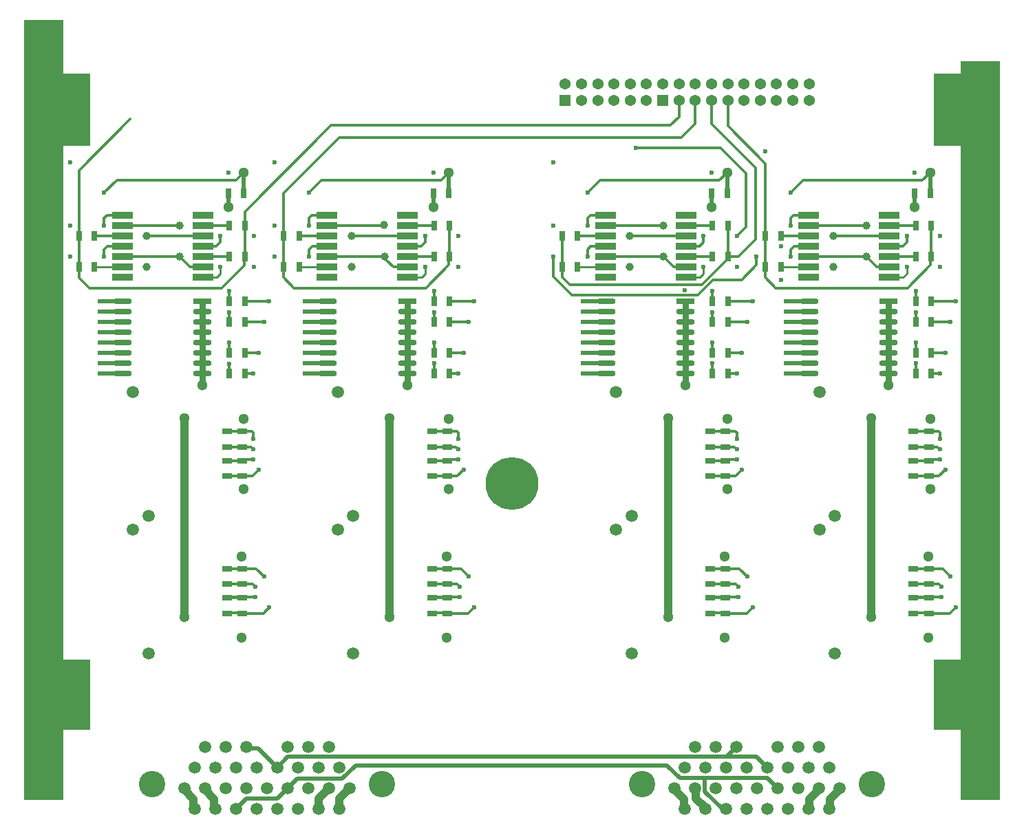
<source format=gbl>
G04*
G04 #@! TF.GenerationSoftware,Altium Limited,Altium Designer,20.1.10 (176)*
G04*
G04 Layer_Physical_Order=4*
G04 Layer_Color=16737819*
%FSAX42Y42*%
%MOMM*%
G71*
G04*
G04 #@! TF.SameCoordinates,05C6C66F-C92C-4908-9B6B-627AEAEC3FAA*
G04*
G04*
G04 #@! TF.FilePolarity,Positive*
G04*
G01*
G75*
%ADD11C,0.25*%
%ADD37R,2.54X0.81*%
%ADD38R,0.80X1.30*%
%ADD42O,2.29X0.70*%
%ADD43R,2.29X0.70*%
%ADD48C,0.30*%
%ADD49C,1.00*%
%ADD50C,0.50*%
%ADD52C,1.50*%
%ADD53C,3.25*%
%ADD54C,1.52*%
%ADD55C,1.37*%
%ADD56R,1.37X1.37*%
%ADD57C,6.50*%
%ADD58C,6.35*%
%ADD59C,3.81*%
%ADD60C,0.60*%
%ADD61C,1.00*%
%ADD62C,1.30*%
%ADD63C,0.75*%
%ADD64R,1.30X0.80*%
G36*
X005326Y022675D02*
X005808D01*
Y022014D01*
X006138D01*
Y021125D01*
X005808D01*
Y014801D01*
X006138D01*
Y013937D01*
X005808D01*
Y013073D01*
X005326D01*
Y022675D01*
D02*
G37*
G36*
X017326Y022167D02*
X016843D01*
Y022014D01*
X016513D01*
Y021125D01*
X016843D01*
Y014801D01*
X016513D01*
Y013937D01*
X016843D01*
Y013073D01*
X017326D01*
Y022167D01*
D02*
G37*
D11*
X013637Y019506D02*
X013683Y019552D01*
X013465Y019506D02*
X013637D01*
X013683Y019552D02*
Y019633D01*
X010258Y019552D02*
Y019633D01*
X010212Y019506D02*
X010258Y019552D01*
X010040Y019506D02*
X010212D01*
X008696Y019633D02*
X009050D01*
X016137Y019506D02*
X016183Y019552D01*
Y019633D01*
X015965Y019506D02*
X016137D01*
X014621Y019633D02*
X014975D01*
X012121D02*
X012475D01*
X006176Y019633D02*
X006530D01*
X007692Y019506D02*
X007738Y019552D01*
Y019633D01*
X007520Y019506D02*
X007692D01*
D37*
X009050Y020268D02*
D03*
Y020141D02*
D03*
X010040D02*
D03*
Y020268D02*
D03*
X009050Y020014D02*
D03*
Y019887D02*
D03*
Y019760D02*
D03*
Y019633D02*
D03*
Y019506D02*
D03*
X010040Y019760D02*
D03*
Y019633D02*
D03*
Y019887D02*
D03*
Y019506D02*
D03*
Y020014D02*
D03*
X012475Y020268D02*
D03*
Y020141D02*
D03*
X013465D02*
D03*
Y020268D02*
D03*
X012475Y020014D02*
D03*
Y019887D02*
D03*
Y019760D02*
D03*
Y019633D02*
D03*
Y019506D02*
D03*
X013465Y019760D02*
D03*
Y019633D02*
D03*
Y019887D02*
D03*
Y019506D02*
D03*
Y020014D02*
D03*
X015965D02*
D03*
Y019506D02*
D03*
Y019887D02*
D03*
Y019633D02*
D03*
Y019760D02*
D03*
X014975Y019506D02*
D03*
Y019633D02*
D03*
Y019760D02*
D03*
Y019887D02*
D03*
Y020014D02*
D03*
X015965Y020268D02*
D03*
Y020141D02*
D03*
X014975D02*
D03*
Y020268D02*
D03*
X006530Y020268D02*
D03*
Y020141D02*
D03*
X007520D02*
D03*
Y020268D02*
D03*
X006530Y020014D02*
D03*
Y019887D02*
D03*
Y019760D02*
D03*
Y019633D02*
D03*
Y019506D02*
D03*
X007520Y019760D02*
D03*
Y019633D02*
D03*
Y019887D02*
D03*
Y019506D02*
D03*
Y020014D02*
D03*
D38*
X010557Y019760D02*
D03*
X010367D02*
D03*
X008517Y020014D02*
D03*
X008707D02*
D03*
X008517Y019633D02*
D03*
X008707D02*
D03*
X010557Y020141D02*
D03*
X010367D02*
D03*
X010357Y020543D02*
D03*
X010547D02*
D03*
X010557Y018319D02*
D03*
X010367D02*
D03*
X010557Y018573D02*
D03*
X010367D02*
D03*
X010557Y018954D02*
D03*
X010367D02*
D03*
X010557Y019208D02*
D03*
X010367D02*
D03*
X008037Y020141D02*
D03*
X007847D02*
D03*
X008027Y020542D02*
D03*
X007837D02*
D03*
X008037Y019760D02*
D03*
X007847D02*
D03*
Y019208D02*
D03*
X008037D02*
D03*
X007847Y018954D02*
D03*
X008037D02*
D03*
Y018573D02*
D03*
X007847D02*
D03*
X008037Y018319D02*
D03*
X007847D02*
D03*
X012132Y020014D02*
D03*
X011942D02*
D03*
X013792Y019760D02*
D03*
X013982D02*
D03*
X012132Y019633D02*
D03*
X011942D02*
D03*
X013982Y020141D02*
D03*
X013792D02*
D03*
X013972Y020543D02*
D03*
X013782D02*
D03*
X013982Y018319D02*
D03*
X013792D02*
D03*
X013982Y018573D02*
D03*
X013792D02*
D03*
X013982Y018954D02*
D03*
X013792D02*
D03*
X013982Y019208D02*
D03*
X013792D02*
D03*
X016292Y019760D02*
D03*
X016482D02*
D03*
X014442Y020014D02*
D03*
X014632D02*
D03*
X016482Y020141D02*
D03*
X016292D02*
D03*
X014442Y019633D02*
D03*
X014632D02*
D03*
X016282Y020543D02*
D03*
X016472D02*
D03*
X016482Y018319D02*
D03*
X016292D02*
D03*
X016482Y018573D02*
D03*
X016292D02*
D03*
X016482Y018954D02*
D03*
X016292D02*
D03*
X016482Y019208D02*
D03*
X016292D02*
D03*
X005997Y020014D02*
D03*
X006187D02*
D03*
X005997Y019633D02*
D03*
X006187D02*
D03*
D42*
X010034Y019081D02*
D03*
Y018954D02*
D03*
Y018827D02*
D03*
Y018700D02*
D03*
Y018573D02*
D03*
Y018446D02*
D03*
Y018319D02*
D03*
X009056Y019208D02*
D03*
Y019081D02*
D03*
Y018954D02*
D03*
Y018827D02*
D03*
Y018700D02*
D03*
Y018573D02*
D03*
Y018446D02*
D03*
Y018319D02*
D03*
X013459Y019081D02*
D03*
Y018954D02*
D03*
Y018827D02*
D03*
Y018700D02*
D03*
Y018573D02*
D03*
Y018446D02*
D03*
Y018319D02*
D03*
X012481Y019208D02*
D03*
Y019081D02*
D03*
Y018954D02*
D03*
Y018827D02*
D03*
Y018700D02*
D03*
Y018573D02*
D03*
Y018446D02*
D03*
Y018319D02*
D03*
X014981D02*
D03*
Y018446D02*
D03*
Y018573D02*
D03*
Y018700D02*
D03*
Y018827D02*
D03*
Y018954D02*
D03*
Y019081D02*
D03*
Y019208D02*
D03*
X015959Y018319D02*
D03*
Y018446D02*
D03*
Y018573D02*
D03*
Y018700D02*
D03*
Y018827D02*
D03*
Y018954D02*
D03*
Y019081D02*
D03*
X006536Y018319D02*
D03*
Y018446D02*
D03*
Y018573D02*
D03*
Y018700D02*
D03*
Y018827D02*
D03*
Y018954D02*
D03*
Y019081D02*
D03*
Y019208D02*
D03*
X007514Y018319D02*
D03*
Y018446D02*
D03*
Y018573D02*
D03*
Y018700D02*
D03*
Y018827D02*
D03*
Y018954D02*
D03*
Y019081D02*
D03*
D43*
X010034Y019208D02*
D03*
X013459D02*
D03*
X015959D02*
D03*
X007514Y019208D02*
D03*
D48*
X013610Y019285D02*
X013800Y019475D01*
X012065Y019285D02*
X013610D01*
X011831Y019519D02*
X012065Y019285D01*
X012034Y019415D02*
X013659D01*
X011942Y019507D02*
X012034Y019415D01*
X011942Y019507D02*
Y019633D01*
X013659Y019415D02*
X013949Y019706D01*
X013800Y019475D02*
X014150D01*
X013792Y019335D02*
Y019351D01*
Y019208D02*
Y019335D01*
X012850Y021100D02*
X013888D01*
X014200Y020788D01*
X013380Y021684D02*
X013380Y021684D01*
X013275Y021375D02*
X013380Y021480D01*
Y021684D01*
X009101Y021375D02*
X013275D01*
X008517Y020542D02*
X009200Y021225D01*
X013411D02*
X013580Y021395D01*
X009200Y021225D02*
X013411D01*
X008517Y020014D02*
Y020542D01*
X008036Y020141D02*
X008037Y020141D01*
Y020141D02*
Y020311D01*
X008036D02*
X009101Y021375D01*
X005997Y020822D02*
X006629Y021454D01*
X013580Y021395D02*
Y021684D01*
X014325Y019975D02*
Y020850D01*
X013780Y021395D02*
Y021684D01*
Y021395D02*
X014325Y020850D01*
X014442Y020014D02*
Y020908D01*
X013980Y021370D02*
X014442Y020908D01*
X013980Y021370D02*
Y021684D01*
X014110Y019760D02*
X014325Y019975D01*
X013982Y019760D02*
X014110D01*
X009050Y020141D02*
X009750D01*
X008828Y019760D02*
Y019847D01*
X008868Y019887D01*
X008828Y020141D02*
Y020232D01*
X008864Y020268D01*
X010317Y015565D02*
X010320Y015568D01*
X010256Y019936D02*
Y020013D01*
X010258Y020014D01*
X010502Y015373D02*
X010504Y015371D01*
X010527D01*
X010681Y015568D02*
X010684Y015571D01*
X010652Y015729D02*
X010684Y015696D01*
X010684D01*
X010730Y017141D02*
Y017141D01*
X010662Y017391D02*
X010665D01*
X010634Y017420D02*
X010662Y017391D01*
X010647Y017610D02*
X010665Y017592D01*
Y017516D02*
Y017592D01*
X010729Y018574D02*
X010730Y018573D01*
X008517Y019633D02*
Y020014D01*
X009787Y019713D02*
X009867Y019633D01*
X009787Y019713D02*
Y019714D01*
X010208Y019887D02*
X010256Y019936D01*
X010527Y017250D02*
X010542Y017266D01*
X010550Y019656D02*
Y019754D01*
X010450Y020701D02*
X010547Y020798D01*
X010649Y017060D02*
X010730Y017141D01*
X010785Y015371D02*
X010860Y015446D01*
X008517Y019504D02*
Y019633D01*
X008828Y020546D02*
X008982Y020701D01*
X009759Y019741D02*
Y019760D01*
X010319Y015373D02*
X010502D01*
X010317Y015565D02*
X010527D01*
X010339Y015729D02*
X010652D01*
X010339Y015919D02*
X010527D01*
X010339Y017250D02*
X010527D01*
X010339Y017420D02*
X010527D01*
X010634D01*
X010339Y017610D02*
X010527D01*
X010647D01*
X010367Y018319D02*
Y018446D01*
X010368Y018449D02*
X010370Y018451D01*
X010367Y018319D02*
X010368Y018321D01*
X010367Y018954D02*
Y019076D01*
Y019335D02*
Y019351D01*
X010040Y019760D02*
X010367D01*
X010040Y019887D02*
X010208D01*
X010367Y019760D02*
X010369D01*
X010550Y019754D02*
X010557Y019760D01*
X010040Y020141D02*
X010364D01*
X008517Y019504D02*
X008645Y019376D01*
X009759Y019741D02*
X009787Y019714D01*
X010339Y017060D02*
X010527D01*
X010649D01*
X010367Y018573D02*
Y018697D01*
X010370Y018701D01*
X010367Y019208D02*
Y019335D01*
X010557Y019760D02*
Y020141D01*
X010698Y015919D02*
X010795Y015821D01*
X010270Y019376D02*
X010550Y019656D01*
X009867Y019633D02*
X010040D01*
X008868Y019887D02*
X009050D01*
Y019760D02*
X009759D01*
X008696Y020014D02*
X009050D01*
X009352D02*
X010040D01*
X008864Y020268D02*
X009050D01*
X010527Y015371D02*
X010785D01*
X010320Y015568D02*
X010681D01*
X010527Y015919D02*
X010698D01*
X010557Y018319D02*
X010665D01*
X010557Y018574D02*
X010729D01*
X010557Y018954D02*
X010795D01*
X010557Y019208D02*
X010860D01*
X010542Y017266D02*
X010665D01*
X008645Y019376D02*
X010270D01*
X008982Y020701D02*
X010450D01*
X006832Y020014D02*
X007520D01*
X013184Y019760D02*
X013311Y019633D01*
X013465D01*
X015684Y019760D02*
X015811Y019633D01*
X015965D01*
X007239Y019760D02*
X007366Y019633D01*
X007520D01*
X014200Y020124D02*
Y020788D01*
X014091Y020015D02*
X014200Y020124D01*
X014331Y019656D02*
Y019760D01*
X014150Y019475D02*
X014331Y019656D01*
X011831Y019519D02*
Y019760D01*
X013982Y019760D02*
Y020141D01*
X005997Y020014D02*
Y020822D01*
X016292Y019335D02*
Y019351D01*
Y019208D02*
Y019335D01*
Y018954D02*
Y019076D01*
Y018697D02*
X016295Y018701D01*
X016292Y018573D02*
Y018697D01*
Y018319D02*
X016293Y018321D01*
Y018449D02*
X016295Y018451D01*
X016292Y018319D02*
Y018446D01*
X016375Y020701D02*
X016472Y020798D01*
X014907Y020701D02*
X016375D01*
X014753Y020546D02*
X014907Y020701D01*
X016292Y019760D02*
X016294D01*
X016482D02*
Y020141D01*
X016475Y019754D02*
X016482Y019760D01*
X016475Y019656D02*
Y019754D01*
X016195Y019376D02*
X016475Y019656D01*
X014442Y019504D02*
X014570Y019376D01*
X016195D01*
X014442Y019504D02*
Y019633D01*
Y020014D01*
X015277D02*
X015965D01*
X016181Y020013D02*
X016183Y020014D01*
X016181Y019936D02*
Y020013D01*
X016133Y019887D02*
X016181Y019936D01*
X015965Y019887D02*
X016133D01*
X015965Y019760D02*
X016292D01*
X014975D02*
X015684D01*
X014793Y019887D02*
X014975D01*
X014753Y019847D02*
X014793Y019887D01*
X014753Y019760D02*
Y019847D01*
X014621Y020014D02*
X014975D01*
X015965Y020141D02*
X016289D01*
X014975D02*
X015684D01*
X014789Y020268D02*
X014975D01*
X014753Y020232D02*
X014789Y020268D01*
X014753Y020141D02*
Y020232D01*
X016467Y017266D02*
X016590D01*
X016452Y017250D02*
X016467Y017266D01*
X016482Y018574D02*
X016654D01*
X016655Y018573D01*
Y017141D02*
Y017141D01*
X016574Y017060D02*
X016655Y017141D01*
X016452Y017060D02*
X016574D01*
X016264Y017250D02*
X016452D01*
X016264Y017060D02*
X016452D01*
X016559Y017420D02*
X016587Y017391D01*
X016590D01*
X016452Y017420D02*
X016559D01*
X016590Y017516D02*
Y017592D01*
X016572Y017610D02*
X016590Y017592D01*
X016482Y018319D02*
X016590D01*
X016452Y017610D02*
X016572D01*
X016264Y017420D02*
X016452D01*
X016264Y017610D02*
X016452D01*
X016482Y019208D02*
X016785D01*
X016710Y015371D02*
X016785Y015446D01*
X016452Y015371D02*
X016710D01*
X016429D02*
X016452D01*
X016606Y015568D02*
X016609Y015571D01*
X016245Y015568D02*
X016606D01*
X016242Y015565D02*
X016245Y015568D01*
X016242Y015565D02*
X016452D01*
X016244Y015373D02*
X016427D01*
X016429Y015371D01*
X016482Y018954D02*
X016720D01*
X016452Y015919D02*
X016623D01*
X016720Y015821D01*
X016609Y015696D02*
X016609D01*
X016577Y015729D02*
X016609Y015696D01*
X016264Y015729D02*
X016577D01*
X016264Y015919D02*
X016452D01*
X013792Y018954D02*
Y019076D01*
Y018697D02*
X013795Y018701D01*
X013792Y018573D02*
Y018697D01*
Y018319D02*
X013793Y018321D01*
Y018449D02*
X013795Y018451D01*
X013792Y018319D02*
Y018446D01*
X013875Y020701D02*
X013972Y020798D01*
X012407Y020701D02*
X013875D01*
X012253Y020546D02*
X012407Y020701D01*
X013792Y019760D02*
X013794D01*
X011942Y019633D02*
Y020014D01*
X012777D02*
X013465D01*
X013681Y020013D02*
X013683Y020014D01*
X013681Y019936D02*
Y020013D01*
X013633Y019887D02*
X013681Y019936D01*
X013465Y019887D02*
X013633D01*
X013465Y019760D02*
X013792D01*
X012475D02*
X013184D01*
X012293Y019887D02*
X012475D01*
X012253Y019847D02*
X012293Y019887D01*
X012253Y019760D02*
Y019847D01*
X012121Y020014D02*
X012475D01*
X013465Y020141D02*
X013789D01*
X012475D02*
X013184D01*
X012289Y020268D02*
X012475D01*
X012253Y020232D02*
X012289Y020268D01*
X012253Y020141D02*
Y020232D01*
X013967Y017266D02*
X014090D01*
X013952Y017250D02*
X013967Y017266D01*
X013982Y018574D02*
X014154D01*
X014155Y018573D01*
Y017141D02*
Y017141D01*
X014074Y017060D02*
X014155Y017141D01*
X013952Y017060D02*
X014074D01*
X013764Y017250D02*
X013952D01*
X013764Y017060D02*
X013952D01*
X014059Y017420D02*
X014087Y017391D01*
X014090D01*
X013952Y017420D02*
X014059D01*
X014090Y017516D02*
Y017592D01*
X014072Y017610D02*
X014090Y017592D01*
X013982Y018319D02*
X014090D01*
X013952Y017610D02*
X014072D01*
X013764Y017420D02*
X013952D01*
X013764Y017610D02*
X013952D01*
X013982Y019208D02*
X014285D01*
X014210Y015371D02*
X014285Y015446D01*
X013952Y015371D02*
X014210D01*
X013929D02*
X013952D01*
X014106Y015568D02*
X014109Y015571D01*
X013745Y015568D02*
X014106D01*
X013742Y015565D02*
X013745Y015568D01*
X013742Y015565D02*
X013952D01*
X013744Y015373D02*
X013927D01*
X013929Y015371D01*
X013982Y018954D02*
X014220D01*
X013952Y015919D02*
X014123D01*
X014220Y015821D01*
X014109Y015696D02*
X014109D01*
X014077Y015729D02*
X014109Y015696D01*
X013764Y015729D02*
X014077D01*
X013764Y015919D02*
X013952D01*
X006308Y020546D02*
X006462Y020700D01*
X007930D01*
X008027Y020797D01*
X007750Y019375D02*
X008030Y019655D01*
X006125Y019375D02*
X007750D01*
X005997Y019503D02*
X006125Y019375D01*
X008030Y019655D02*
Y019754D01*
X008037Y019760D01*
Y020141D01*
X005997Y019503D02*
Y019633D01*
X008178Y015918D02*
X008275Y015821D01*
X008164Y015696D02*
X008164D01*
X005997Y019633D02*
Y020014D01*
X007847Y019335D02*
Y019350D01*
Y019208D02*
Y019335D01*
Y018954D02*
Y019075D01*
Y018319D02*
Y018445D01*
Y018319D02*
X007848Y018321D01*
Y018448D02*
X007850Y018450D01*
X007847Y018697D02*
X007850Y018700D01*
X007847Y018573D02*
Y018697D01*
X008037Y019208D02*
X008340D01*
X007847Y019760D02*
X007849D01*
X006344Y020268D02*
X006530D01*
X006308Y020232D02*
X006344Y020268D01*
X006308Y020141D02*
Y020232D01*
X006530Y020141D02*
X007239D01*
X007520D02*
X007844D01*
X006176Y020014D02*
X006530D01*
X006348Y019887D02*
X006530D01*
X006308Y019759D02*
Y019847D01*
X006348Y019887D01*
X006530Y019760D02*
X007239D01*
X007520D02*
X007847D01*
X007736Y020013D02*
X007738Y020014D01*
X007736Y019936D02*
Y020013D01*
X007688Y019887D02*
X007736Y019936D01*
X007520Y019887D02*
X007688D01*
X008037Y018574D02*
X008209D01*
X008210Y018573D01*
Y017140D02*
Y017140D01*
X008129Y017060D02*
X008210Y017140D01*
X008007Y017060D02*
X008129D01*
X008022Y017265D02*
X008145D01*
X008007Y017249D02*
X008022Y017265D01*
X007819Y017060D02*
X008007D01*
X007819Y017249D02*
X008007D01*
X008145Y017515D02*
Y017591D01*
X008127Y017609D02*
X008145Y017591D01*
X008037Y018319D02*
X008145D01*
X008007Y017609D02*
X008127D01*
X008114Y017419D02*
X008142Y017390D01*
X008145D01*
X008007Y017419D02*
X008114D01*
X007819Y017609D02*
X008007D01*
X007819Y017419D02*
X008007D01*
X008265Y015371D02*
X008340Y015446D01*
X008007Y015371D02*
X008265D01*
X007984D02*
X008007D01*
X007799Y015373D02*
X007982D01*
X007984Y015371D01*
X008161Y015568D02*
X008164Y015571D01*
X007800Y015568D02*
X008161D01*
X007797Y015565D02*
X007800Y015568D01*
X007797Y015565D02*
X008007D01*
X008037Y018954D02*
X008275D01*
X008007Y015918D02*
X008178D01*
X007819D02*
X008007D01*
X008131Y015728D02*
X008164Y015696D01*
X007819Y015728D02*
X008131D01*
D49*
X009819Y017770D02*
X009822Y017768D01*
X009819Y015323D02*
Y017768D01*
X015356Y013202D02*
Y013216D01*
X015240Y013085D02*
X015356Y013202D01*
X015240Y012972D02*
Y013085D01*
X015229Y012962D02*
X015240Y012972D01*
X015102Y013202D02*
Y013216D01*
X014986Y013085D02*
X015102Y013202D01*
X014986Y012972D02*
Y013085D01*
X014975Y012962D02*
X014986Y012972D01*
X013578Y013216D02*
X013589Y013206D01*
Y013093D02*
Y013206D01*
Y013093D02*
X013705Y012976D01*
Y012962D02*
Y012976D01*
X013324Y013202D02*
Y013216D01*
Y013202D02*
X013441Y013085D01*
Y012972D02*
Y013085D01*
Y012972D02*
X013451Y012962D01*
X008943D02*
Y013089D01*
X009070Y013216D01*
X009197Y013089D02*
X009324Y013216D01*
X009197Y012962D02*
Y013089D01*
X007546Y013202D02*
Y013216D01*
Y013202D02*
X007663Y013085D01*
Y012972D02*
Y013085D01*
Y012972D02*
X007673Y012962D01*
X007292Y013202D02*
Y013216D01*
Y013202D02*
X007409Y013085D01*
Y012972D02*
Y013085D01*
Y012972D02*
X007419Y012962D01*
X015744Y017770D02*
X015747Y017768D01*
X015744Y015323D02*
Y017768D01*
X013244Y017770D02*
X013247Y017768D01*
X013244Y015323D02*
Y017768D01*
X007299Y017770D02*
X007302Y017767D01*
X007299Y015322D02*
Y017767D01*
D50*
X010357Y020375D02*
X010357Y020375D01*
X010547Y020543D02*
Y020798D01*
X010357Y020375D02*
Y020543D01*
X008774Y018319D02*
X009074D01*
X008774Y018446D02*
X009074D01*
X008774Y018573D02*
X009074D01*
X008774Y018827D02*
X009074D01*
X008774Y018954D02*
X009074D01*
X008774Y019208D02*
X009074D01*
X008774Y018700D02*
X009074D01*
X008774Y019081D02*
X009074D01*
X016282Y020375D02*
Y020543D01*
X016282Y020375D02*
X016282Y020375D01*
X016472Y020543D02*
Y020798D01*
X014699Y019208D02*
X014999D01*
X014699Y019081D02*
X014999D01*
X014699Y018954D02*
X014999D01*
X014699Y018827D02*
X014999D01*
X014699Y018700D02*
X014999D01*
X014699Y018573D02*
X014999D01*
X014699Y018446D02*
X014999D01*
X014699Y018319D02*
X014999D01*
X013782Y020375D02*
Y020543D01*
X013782Y020375D02*
X013782Y020375D01*
X013972Y020543D02*
Y020798D01*
X012199Y019208D02*
X012499D01*
X012199Y019081D02*
X012499D01*
X012199Y018954D02*
X012499D01*
X012199Y018827D02*
X012499D01*
X012199Y018700D02*
X012499D01*
X012199Y018573D02*
X012499D01*
X012199Y018446D02*
X012499D01*
X012199Y018319D02*
X012499D01*
X013700Y013177D02*
Y013333D01*
X013390Y013340D02*
X014470D01*
X013230Y013500D02*
X013390Y013340D01*
X014470D02*
X014594Y013216D01*
X009237Y013337D02*
X009400Y013500D01*
X013230D01*
X008684Y013337D02*
X009237D01*
X013700Y013177D02*
X013915Y012962D01*
X013959D01*
X008562Y013216D02*
X008684Y013337D01*
X008435Y013089D02*
X008562Y013216D01*
X008054Y013089D02*
X008435D01*
X007927Y012962D02*
X008054Y013089D01*
X013965Y013603D02*
X014086Y013724D01*
X014335Y013603D02*
X014467Y013470D01*
X008074Y013704D02*
X008201D01*
X013965Y013603D02*
X014335D01*
X008054Y013724D02*
X008074Y013704D01*
X008435Y013470D02*
X008568Y013603D01*
X013965D01*
X008201Y013704D02*
X008435Y013470D01*
X007837Y020374D02*
Y020542D01*
X007837Y020374D02*
X007837Y020374D01*
X008027Y020542D02*
Y020797D01*
X006254Y019208D02*
X006554D01*
X006254Y019081D02*
X006554D01*
X006254Y018954D02*
X006554D01*
X006254Y018827D02*
X006554D01*
X006254Y018700D02*
X006554D01*
X006254Y018573D02*
X006554D01*
X006254Y018446D02*
X006554D01*
X006254Y018319D02*
X006554D01*
D52*
X009371Y014875D02*
D03*
X009181Y016399D02*
D03*
X009371Y016569D02*
D03*
X009181Y018093D02*
D03*
X012796Y016569D02*
D03*
X012606Y018093D02*
D03*
X012796Y014875D02*
D03*
X012606Y016399D02*
D03*
X015106D02*
D03*
X015296Y014875D02*
D03*
X015106Y018093D02*
D03*
X015296Y016569D02*
D03*
X006661Y016398D02*
D03*
X006851Y014874D02*
D03*
X006661Y018093D02*
D03*
X006851Y016569D02*
D03*
D53*
X006893Y013267D02*
D03*
X009725D02*
D03*
X012925D02*
D03*
X015757D02*
D03*
D54*
X008435Y013470D02*
D03*
X007673D02*
D03*
X007927D02*
D03*
X008181D02*
D03*
X007419D02*
D03*
X008689D02*
D03*
X008943D02*
D03*
X009197D02*
D03*
X008054Y013216D02*
D03*
X009324D02*
D03*
X007292D02*
D03*
X007546D02*
D03*
X007800D02*
D03*
X008308D02*
D03*
X008562D02*
D03*
X008816D02*
D03*
X009070D02*
D03*
X007419Y012962D02*
D03*
X007673D02*
D03*
X007927D02*
D03*
X008181D02*
D03*
X008435D02*
D03*
X008689D02*
D03*
X008943D02*
D03*
X009197D02*
D03*
X008562Y013724D02*
D03*
X007800D02*
D03*
X008054D02*
D03*
X007546D02*
D03*
X008816D02*
D03*
X009070D02*
D03*
X014467Y013470D02*
D03*
X013705D02*
D03*
X013959D02*
D03*
X014213D02*
D03*
X013451D02*
D03*
X014721D02*
D03*
X014975D02*
D03*
X015229D02*
D03*
X014086Y013216D02*
D03*
X015356D02*
D03*
X013324D02*
D03*
X013578D02*
D03*
X013832D02*
D03*
X014340D02*
D03*
X014594D02*
D03*
X014848D02*
D03*
X015102D02*
D03*
X013451Y012962D02*
D03*
X013705D02*
D03*
X013959D02*
D03*
X014213D02*
D03*
X014467D02*
D03*
X014721D02*
D03*
X014975D02*
D03*
X015229D02*
D03*
X014594Y013724D02*
D03*
X013832D02*
D03*
X014086D02*
D03*
X013578D02*
D03*
X014848D02*
D03*
X015102D02*
D03*
D55*
X014980Y021884D02*
D03*
X014780D02*
D03*
X014580D02*
D03*
X014180Y021684D02*
D03*
X014380Y021884D02*
D03*
Y021684D02*
D03*
X014180Y021884D02*
D03*
X013180D02*
D03*
X013380Y021684D02*
D03*
Y021884D02*
D03*
X013580D02*
D03*
X013780D02*
D03*
X013980Y021684D02*
D03*
Y021884D02*
D03*
X013580Y021684D02*
D03*
X013780D02*
D03*
X014980D02*
D03*
X014780D02*
D03*
X014580D02*
D03*
X012780Y021884D02*
D03*
Y021684D02*
D03*
X012580Y021884D02*
D03*
Y021684D02*
D03*
X012380Y021884D02*
D03*
Y021684D02*
D03*
X012180Y021884D02*
D03*
Y021684D02*
D03*
X011980Y021884D02*
D03*
X012980D02*
D03*
Y021684D02*
D03*
D56*
X013180D02*
D03*
X011980D02*
D03*
D57*
X011326Y016967D02*
D03*
D58*
X016926Y021567D02*
D03*
Y014367D02*
D03*
X005726D02*
D03*
Y021567D02*
D03*
D59*
X017076Y016467D02*
D03*
Y019467D02*
D03*
X005576D02*
D03*
X005576Y016467D02*
D03*
D60*
X013450Y019350D02*
D03*
X013792Y019335D02*
D03*
X011831Y019760D02*
D03*
X012850Y021100D02*
D03*
X010357Y020796D02*
D03*
X008406Y019760D02*
D03*
X008828Y019760D02*
D03*
X010258Y019633D02*
D03*
Y020014D02*
D03*
X010684Y015571D02*
D03*
Y015696D02*
D03*
X010665Y017391D02*
D03*
Y017516D02*
D03*
X010666Y019633D02*
D03*
Y020015D02*
D03*
X010860Y019208D02*
D03*
X008406Y020141D02*
D03*
Y020924D02*
D03*
X008828Y020141D02*
D03*
Y020546D02*
D03*
X010665Y017266D02*
D03*
Y018319D02*
D03*
X010860Y015446D02*
D03*
X008774Y018446D02*
D03*
Y018573D02*
D03*
Y018827D02*
D03*
Y018954D02*
D03*
Y019208D02*
D03*
X010367Y018446D02*
D03*
X010730Y017141D02*
D03*
Y018573D02*
D03*
X010795Y018954D02*
D03*
X008774Y018319D02*
D03*
Y018700D02*
D03*
Y019081D02*
D03*
X010367Y018701D02*
D03*
Y019076D02*
D03*
Y019335D02*
D03*
X010795Y015821D02*
D03*
X007837Y020796D02*
D03*
X014632Y019887D02*
D03*
Y019475D02*
D03*
X014442Y021057D02*
D03*
X016292Y019335D02*
D03*
X016591Y019633D02*
D03*
X016292Y019076D02*
D03*
Y018701D02*
D03*
Y018446D02*
D03*
X014753Y020546D02*
D03*
X016282Y020798D02*
D03*
X014699Y019208D02*
D03*
Y019081D02*
D03*
Y018954D02*
D03*
Y018827D02*
D03*
Y018700D02*
D03*
Y018573D02*
D03*
Y018446D02*
D03*
Y018319D02*
D03*
X016591Y020015D02*
D03*
X014331Y019760D02*
D03*
X016183Y019633D02*
D03*
Y020014D02*
D03*
X014753Y019760D02*
D03*
Y020141D02*
D03*
X016590Y017266D02*
D03*
X016655Y018573D02*
D03*
Y017141D02*
D03*
X016590Y017391D02*
D03*
Y018319D02*
D03*
Y017516D02*
D03*
X016785Y019208D02*
D03*
Y015446D02*
D03*
X016609Y015571D02*
D03*
X016720Y018954D02*
D03*
Y015821D02*
D03*
X016609Y015696D02*
D03*
X014091Y019633D02*
D03*
X013792Y019076D02*
D03*
Y018701D02*
D03*
Y018446D02*
D03*
X011831Y020924D02*
D03*
X012253Y020546D02*
D03*
X013782Y020798D02*
D03*
X012199Y019208D02*
D03*
Y019081D02*
D03*
Y018954D02*
D03*
Y018827D02*
D03*
Y018700D02*
D03*
Y018573D02*
D03*
Y018446D02*
D03*
Y018319D02*
D03*
X014091Y020015D02*
D03*
X011831Y020141D02*
D03*
X013683Y019633D02*
D03*
Y020014D02*
D03*
X012253Y019760D02*
D03*
Y020141D02*
D03*
X014090Y017266D02*
D03*
X014155Y018573D02*
D03*
Y017141D02*
D03*
X014090Y017391D02*
D03*
Y018319D02*
D03*
Y017516D02*
D03*
X014285Y019208D02*
D03*
Y015446D02*
D03*
X014109Y015571D02*
D03*
X014220Y018954D02*
D03*
Y015821D02*
D03*
X014109Y015696D02*
D03*
X006308Y020546D02*
D03*
X008275Y015821D02*
D03*
X008164Y015696D02*
D03*
X005886Y020923D02*
D03*
X007847Y018445D02*
D03*
Y019075D02*
D03*
Y018700D02*
D03*
Y019335D02*
D03*
X008146Y020015D02*
D03*
X005886Y019760D02*
D03*
Y020141D02*
D03*
X008340Y019208D02*
D03*
Y015446D02*
D03*
X008146Y019633D02*
D03*
X006254Y019208D02*
D03*
Y019081D02*
D03*
Y018954D02*
D03*
Y018827D02*
D03*
Y018700D02*
D03*
Y018573D02*
D03*
Y018446D02*
D03*
Y018319D02*
D03*
X006308Y020141D02*
D03*
Y019759D02*
D03*
X007738Y020014D02*
D03*
Y019633D02*
D03*
X008210Y018573D02*
D03*
Y017140D02*
D03*
X008145Y017265D02*
D03*
Y018319D02*
D03*
Y017515D02*
D03*
Y017390D02*
D03*
X008164Y015571D02*
D03*
X008275Y018954D02*
D03*
D61*
X009750Y020150D02*
D03*
X009352Y019633D02*
D03*
Y020014D02*
D03*
X009759Y019760D02*
D03*
X015277Y019633D02*
D03*
Y020014D02*
D03*
X015684Y019760D02*
D03*
Y020141D02*
D03*
X012777Y019633D02*
D03*
Y020014D02*
D03*
X013184Y019760D02*
D03*
Y020141D02*
D03*
X006832Y019633D02*
D03*
X007239Y020141D02*
D03*
Y019760D02*
D03*
X006832Y020014D02*
D03*
D62*
X010034Y018176D02*
D03*
X010547Y017761D02*
D03*
X010520Y015071D02*
D03*
Y016071D02*
D03*
X010547Y016898D02*
D03*
Y020798D02*
D03*
X010357Y020375D02*
D03*
X009819Y015321D02*
D03*
Y017770D02*
D03*
X016472Y017761D02*
D03*
Y016898D02*
D03*
X016445Y016071D02*
D03*
X015744Y017770D02*
D03*
Y015321D02*
D03*
X016445Y015071D02*
D03*
X016282Y020375D02*
D03*
X016472Y020798D02*
D03*
X015959Y018176D02*
D03*
X013972Y017761D02*
D03*
Y016898D02*
D03*
X013945Y016071D02*
D03*
X013244Y017770D02*
D03*
Y015321D02*
D03*
X013945Y015071D02*
D03*
X013782Y020375D02*
D03*
X013972Y020798D02*
D03*
X013459Y018176D02*
D03*
X008000Y015071D02*
D03*
Y016071D02*
D03*
X008027Y020797D02*
D03*
X007514Y018176D02*
D03*
X007837Y020374D02*
D03*
X008027Y017760D02*
D03*
Y016897D02*
D03*
X007299Y017770D02*
D03*
Y015321D02*
D03*
D63*
X010034Y018189D02*
Y018319D01*
Y018446D02*
Y018573D01*
Y018319D02*
Y018446D01*
Y018573D02*
Y018700D01*
Y018954D02*
Y019081D01*
Y019208D01*
Y018700D02*
Y018827D01*
Y018954D01*
X015959Y019081D02*
Y019208D01*
Y018954D02*
Y019081D01*
Y018827D02*
Y018954D01*
Y018700D02*
Y018827D01*
Y018573D02*
Y018700D01*
Y018319D02*
Y018446D01*
Y018573D01*
Y018189D02*
Y018319D01*
X013459Y019081D02*
Y019208D01*
Y018954D02*
Y019081D01*
Y018827D02*
Y018954D01*
Y018700D02*
Y018827D01*
Y018573D02*
Y018700D01*
Y018319D02*
Y018446D01*
Y018573D01*
Y018189D02*
Y018319D01*
X007514Y018189D02*
Y018319D01*
Y019081D02*
Y019208D01*
Y018954D02*
Y019081D01*
Y018827D02*
Y018954D01*
Y018700D02*
Y018827D01*
Y018573D02*
Y018700D01*
Y018446D02*
Y018573D01*
Y018319D02*
Y018446D01*
D64*
X010339Y015919D02*
D03*
Y015729D02*
D03*
X010527Y015919D02*
D03*
Y015729D02*
D03*
X010339Y015371D02*
D03*
Y015561D02*
D03*
X010527Y015371D02*
D03*
Y015561D02*
D03*
X010339Y017610D02*
D03*
Y017420D02*
D03*
X010527Y017610D02*
D03*
Y017420D02*
D03*
X010339Y017060D02*
D03*
Y017250D02*
D03*
X010527Y017060D02*
D03*
Y017250D02*
D03*
X007819Y017609D02*
D03*
Y017419D02*
D03*
Y017060D02*
D03*
Y017249D02*
D03*
Y015918D02*
D03*
Y015728D02*
D03*
Y015371D02*
D03*
Y015561D02*
D03*
X013764Y015729D02*
D03*
Y015919D02*
D03*
Y017420D02*
D03*
Y017610D02*
D03*
Y017250D02*
D03*
Y017060D02*
D03*
X013952D02*
D03*
Y017250D02*
D03*
Y015371D02*
D03*
Y015561D02*
D03*
X013764Y015371D02*
D03*
Y015561D02*
D03*
X013952Y015919D02*
D03*
Y015729D02*
D03*
X008007Y017249D02*
D03*
Y017060D02*
D03*
Y015728D02*
D03*
Y015918D02*
D03*
Y015561D02*
D03*
Y015371D02*
D03*
X013952Y017420D02*
D03*
Y017610D02*
D03*
X016264Y015919D02*
D03*
Y015729D02*
D03*
X016452Y015919D02*
D03*
Y015729D02*
D03*
X016264Y015371D02*
D03*
Y015561D02*
D03*
X016452Y015371D02*
D03*
Y015561D02*
D03*
X016264Y017610D02*
D03*
Y017420D02*
D03*
X016452D02*
D03*
Y017610D02*
D03*
X016264Y017060D02*
D03*
Y017250D02*
D03*
X016452Y017060D02*
D03*
Y017250D02*
D03*
X008007Y017609D02*
D03*
Y017419D02*
D03*
M02*

</source>
